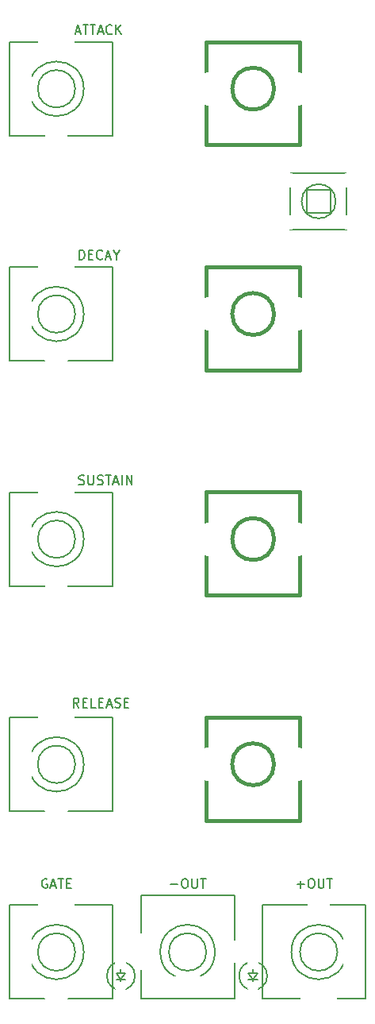
<source format=gto>
G04 #@! TF.FileFunction,Legend,Top*
%FSLAX46Y46*%
G04 Gerber Fmt 4.6, Leading zero omitted, Abs format (unit mm)*
G04 Created by KiCad (PCBNEW 4.0.2-stable) date 2018-09-14 2:15:48 PM*
%MOMM*%
G01*
G04 APERTURE LIST*
%ADD10C,0.200000*%
%ADD11C,0.150000*%
%ADD12C,0.381000*%
%ADD13R,1.250000X1.250000*%
%ADD14C,1.250000*%
%ADD15O,4.050000X2.550000*%
%ADD16O,2.550000X2.050000*%
%ADD17O,1.550000X3.550000*%
%ADD18O,2.550000X4.050000*%
%ADD19O,2.050000X2.550000*%
%ADD20O,3.550000X1.550000*%
%ADD21R,1.750000X1.750000*%
%ADD22O,1.750000X1.750000*%
%ADD23O,2.250000X1.450000*%
%ADD24O,2.300000X1.450000*%
%ADD25R,2.850000X1.650000*%
%ADD26O,2.850000X3.550000*%
%ADD27C,1.800000*%
G04 APERTURE END LIST*
D10*
D11*
X87071428Y-51166667D02*
X87547619Y-51166667D01*
X86976190Y-51452381D02*
X87309523Y-50452381D01*
X87642857Y-51452381D01*
X87833333Y-50452381D02*
X88404762Y-50452381D01*
X88119047Y-51452381D02*
X88119047Y-50452381D01*
X88595238Y-50452381D02*
X89166667Y-50452381D01*
X88880952Y-51452381D02*
X88880952Y-50452381D01*
X89452381Y-51166667D02*
X89928572Y-51166667D01*
X89357143Y-51452381D02*
X89690476Y-50452381D01*
X90023810Y-51452381D01*
X90928572Y-51357143D02*
X90880953Y-51404762D01*
X90738096Y-51452381D01*
X90642858Y-51452381D01*
X90500000Y-51404762D01*
X90404762Y-51309524D01*
X90357143Y-51214286D01*
X90309524Y-51023810D01*
X90309524Y-50880952D01*
X90357143Y-50690476D01*
X90404762Y-50595238D01*
X90500000Y-50500000D01*
X90642858Y-50452381D01*
X90738096Y-50452381D01*
X90880953Y-50500000D01*
X90928572Y-50547619D01*
X91357143Y-51452381D02*
X91357143Y-50452381D01*
X91928572Y-51452381D02*
X91500000Y-50880952D01*
X91928572Y-50452381D02*
X91357143Y-51023810D01*
X87428571Y-75452381D02*
X87428571Y-74452381D01*
X87666666Y-74452381D01*
X87809524Y-74500000D01*
X87904762Y-74595238D01*
X87952381Y-74690476D01*
X88000000Y-74880952D01*
X88000000Y-75023810D01*
X87952381Y-75214286D01*
X87904762Y-75309524D01*
X87809524Y-75404762D01*
X87666666Y-75452381D01*
X87428571Y-75452381D01*
X88428571Y-74928571D02*
X88761905Y-74928571D01*
X88904762Y-75452381D02*
X88428571Y-75452381D01*
X88428571Y-74452381D01*
X88904762Y-74452381D01*
X89904762Y-75357143D02*
X89857143Y-75404762D01*
X89714286Y-75452381D01*
X89619048Y-75452381D01*
X89476190Y-75404762D01*
X89380952Y-75309524D01*
X89333333Y-75214286D01*
X89285714Y-75023810D01*
X89285714Y-74880952D01*
X89333333Y-74690476D01*
X89380952Y-74595238D01*
X89476190Y-74500000D01*
X89619048Y-74452381D01*
X89714286Y-74452381D01*
X89857143Y-74500000D01*
X89904762Y-74547619D01*
X90285714Y-75166667D02*
X90761905Y-75166667D01*
X90190476Y-75452381D02*
X90523809Y-74452381D01*
X90857143Y-75452381D01*
X91380952Y-74976190D02*
X91380952Y-75452381D01*
X91047619Y-74452381D02*
X91380952Y-74976190D01*
X91714286Y-74452381D01*
X87392857Y-99404762D02*
X87535714Y-99452381D01*
X87773810Y-99452381D01*
X87869048Y-99404762D01*
X87916667Y-99357143D01*
X87964286Y-99261905D01*
X87964286Y-99166667D01*
X87916667Y-99071429D01*
X87869048Y-99023810D01*
X87773810Y-98976190D01*
X87583333Y-98928571D01*
X87488095Y-98880952D01*
X87440476Y-98833333D01*
X87392857Y-98738095D01*
X87392857Y-98642857D01*
X87440476Y-98547619D01*
X87488095Y-98500000D01*
X87583333Y-98452381D01*
X87821429Y-98452381D01*
X87964286Y-98500000D01*
X88392857Y-98452381D02*
X88392857Y-99261905D01*
X88440476Y-99357143D01*
X88488095Y-99404762D01*
X88583333Y-99452381D01*
X88773810Y-99452381D01*
X88869048Y-99404762D01*
X88916667Y-99357143D01*
X88964286Y-99261905D01*
X88964286Y-98452381D01*
X89392857Y-99404762D02*
X89535714Y-99452381D01*
X89773810Y-99452381D01*
X89869048Y-99404762D01*
X89916667Y-99357143D01*
X89964286Y-99261905D01*
X89964286Y-99166667D01*
X89916667Y-99071429D01*
X89869048Y-99023810D01*
X89773810Y-98976190D01*
X89583333Y-98928571D01*
X89488095Y-98880952D01*
X89440476Y-98833333D01*
X89392857Y-98738095D01*
X89392857Y-98642857D01*
X89440476Y-98547619D01*
X89488095Y-98500000D01*
X89583333Y-98452381D01*
X89821429Y-98452381D01*
X89964286Y-98500000D01*
X90250000Y-98452381D02*
X90821429Y-98452381D01*
X90535714Y-99452381D02*
X90535714Y-98452381D01*
X91107143Y-99166667D02*
X91583334Y-99166667D01*
X91011905Y-99452381D02*
X91345238Y-98452381D01*
X91678572Y-99452381D01*
X92011905Y-99452381D02*
X92011905Y-98452381D01*
X92488095Y-99452381D02*
X92488095Y-98452381D01*
X93059524Y-99452381D01*
X93059524Y-98452381D01*
X87392857Y-123202381D02*
X87059523Y-122726190D01*
X86821428Y-123202381D02*
X86821428Y-122202381D01*
X87202381Y-122202381D01*
X87297619Y-122250000D01*
X87345238Y-122297619D01*
X87392857Y-122392857D01*
X87392857Y-122535714D01*
X87345238Y-122630952D01*
X87297619Y-122678571D01*
X87202381Y-122726190D01*
X86821428Y-122726190D01*
X87821428Y-122678571D02*
X88154762Y-122678571D01*
X88297619Y-123202381D02*
X87821428Y-123202381D01*
X87821428Y-122202381D01*
X88297619Y-122202381D01*
X89202381Y-123202381D02*
X88726190Y-123202381D01*
X88726190Y-122202381D01*
X89535714Y-122678571D02*
X89869048Y-122678571D01*
X90011905Y-123202381D02*
X89535714Y-123202381D01*
X89535714Y-122202381D01*
X90011905Y-122202381D01*
X90392857Y-122916667D02*
X90869048Y-122916667D01*
X90297619Y-123202381D02*
X90630952Y-122202381D01*
X90964286Y-123202381D01*
X91250000Y-123154762D02*
X91392857Y-123202381D01*
X91630953Y-123202381D01*
X91726191Y-123154762D01*
X91773810Y-123107143D01*
X91821429Y-123011905D01*
X91821429Y-122916667D01*
X91773810Y-122821429D01*
X91726191Y-122773810D01*
X91630953Y-122726190D01*
X91440476Y-122678571D01*
X91345238Y-122630952D01*
X91297619Y-122583333D01*
X91250000Y-122488095D01*
X91250000Y-122392857D01*
X91297619Y-122297619D01*
X91345238Y-122250000D01*
X91440476Y-122202381D01*
X91678572Y-122202381D01*
X91821429Y-122250000D01*
X92250000Y-122678571D02*
X92583334Y-122678571D01*
X92726191Y-123202381D02*
X92250000Y-123202381D01*
X92250000Y-122202381D01*
X92726191Y-122202381D01*
X110690476Y-142071429D02*
X111452381Y-142071429D01*
X111071429Y-142452381D02*
X111071429Y-141690476D01*
X112119047Y-141452381D02*
X112309524Y-141452381D01*
X112404762Y-141500000D01*
X112500000Y-141595238D01*
X112547619Y-141785714D01*
X112547619Y-142119048D01*
X112500000Y-142309524D01*
X112404762Y-142404762D01*
X112309524Y-142452381D01*
X112119047Y-142452381D01*
X112023809Y-142404762D01*
X111928571Y-142309524D01*
X111880952Y-142119048D01*
X111880952Y-141785714D01*
X111928571Y-141595238D01*
X112023809Y-141500000D01*
X112119047Y-141452381D01*
X112976190Y-141452381D02*
X112976190Y-142261905D01*
X113023809Y-142357143D01*
X113071428Y-142404762D01*
X113166666Y-142452381D01*
X113357143Y-142452381D01*
X113452381Y-142404762D01*
X113500000Y-142357143D01*
X113547619Y-142261905D01*
X113547619Y-141452381D01*
X113880952Y-141452381D02*
X114452381Y-141452381D01*
X114166666Y-142452381D02*
X114166666Y-141452381D01*
X97190476Y-142071429D02*
X97952381Y-142071429D01*
X98619047Y-141452381D02*
X98809524Y-141452381D01*
X98904762Y-141500000D01*
X99000000Y-141595238D01*
X99047619Y-141785714D01*
X99047619Y-142119048D01*
X99000000Y-142309524D01*
X98904762Y-142404762D01*
X98809524Y-142452381D01*
X98619047Y-142452381D01*
X98523809Y-142404762D01*
X98428571Y-142309524D01*
X98380952Y-142119048D01*
X98380952Y-141785714D01*
X98428571Y-141595238D01*
X98523809Y-141500000D01*
X98619047Y-141452381D01*
X99476190Y-141452381D02*
X99476190Y-142261905D01*
X99523809Y-142357143D01*
X99571428Y-142404762D01*
X99666666Y-142452381D01*
X99857143Y-142452381D01*
X99952381Y-142404762D01*
X100000000Y-142357143D01*
X100047619Y-142261905D01*
X100047619Y-141452381D01*
X100380952Y-141452381D02*
X100952381Y-141452381D01*
X100666666Y-142452381D02*
X100666666Y-141452381D01*
X84000000Y-141500000D02*
X83904762Y-141452381D01*
X83761905Y-141452381D01*
X83619047Y-141500000D01*
X83523809Y-141595238D01*
X83476190Y-141690476D01*
X83428571Y-141880952D01*
X83428571Y-142023810D01*
X83476190Y-142214286D01*
X83523809Y-142309524D01*
X83619047Y-142404762D01*
X83761905Y-142452381D01*
X83857143Y-142452381D01*
X84000000Y-142404762D01*
X84047619Y-142357143D01*
X84047619Y-142023810D01*
X83857143Y-142023810D01*
X84428571Y-142166667D02*
X84904762Y-142166667D01*
X84333333Y-142452381D02*
X84666666Y-141452381D01*
X85000000Y-142452381D01*
X85190476Y-141452381D02*
X85761905Y-141452381D01*
X85476190Y-142452381D02*
X85476190Y-141452381D01*
X86095238Y-141928571D02*
X86428572Y-141928571D01*
X86571429Y-142452381D02*
X86095238Y-142452381D01*
X86095238Y-141452381D01*
X86571429Y-141452381D01*
X91880000Y-153100000D02*
X91880000Y-153300000D01*
X91880000Y-150600000D02*
X91880000Y-150300000D01*
X91880000Y-152200000D02*
X91880000Y-153100000D01*
X91880000Y-150600000D02*
X91880000Y-151500000D01*
X92380000Y-152200000D02*
X91380000Y-152200000D01*
X92380000Y-151500000D02*
X91380000Y-151500000D01*
X91380000Y-151500000D02*
X91880000Y-152200000D01*
X91880000Y-152200000D02*
X92380000Y-151500000D01*
X93380000Y-151800000D02*
G75*
G03X93380000Y-151800000I-1500000J0D01*
G01*
X106000000Y-153100000D02*
X106000000Y-153300000D01*
X106000000Y-150600000D02*
X106000000Y-150300000D01*
X106000000Y-152200000D02*
X106000000Y-153100000D01*
X106000000Y-150600000D02*
X106000000Y-151500000D01*
X106500000Y-152200000D02*
X105500000Y-152200000D01*
X106500000Y-151500000D02*
X105500000Y-151500000D01*
X105500000Y-151500000D02*
X106000000Y-152200000D01*
X106000000Y-152200000D02*
X106500000Y-151500000D01*
X107500000Y-151800000D02*
G75*
G03X107500000Y-151800000I-1500000J0D01*
G01*
X87915476Y-57260000D02*
G75*
G03X87915476Y-57260000I-2915476J0D01*
G01*
X80000000Y-62260000D02*
X80000000Y-52260000D01*
X80000000Y-52260000D02*
X91000000Y-52260000D01*
X91000000Y-52260000D02*
X91000000Y-62260000D01*
X91000000Y-62260000D02*
X80000000Y-62260000D01*
X87000000Y-57260000D02*
G75*
G03X87000000Y-57260000I-2000000J0D01*
G01*
X87915476Y-81260000D02*
G75*
G03X87915476Y-81260000I-2915476J0D01*
G01*
X80000000Y-86260000D02*
X80000000Y-76260000D01*
X80000000Y-76260000D02*
X91000000Y-76260000D01*
X91000000Y-76260000D02*
X91000000Y-86260000D01*
X91000000Y-86260000D02*
X80000000Y-86260000D01*
X87000000Y-81260000D02*
G75*
G03X87000000Y-81260000I-2000000J0D01*
G01*
X87915476Y-105260000D02*
G75*
G03X87915476Y-105260000I-2915476J0D01*
G01*
X80000000Y-110260000D02*
X80000000Y-100260000D01*
X80000000Y-100260000D02*
X91000000Y-100260000D01*
X91000000Y-100260000D02*
X91000000Y-110260000D01*
X91000000Y-110260000D02*
X80000000Y-110260000D01*
X87000000Y-105260000D02*
G75*
G03X87000000Y-105260000I-2000000J0D01*
G01*
X87915476Y-129260000D02*
G75*
G03X87915476Y-129260000I-2915476J0D01*
G01*
X80000000Y-134260000D02*
X80000000Y-124260000D01*
X80000000Y-124260000D02*
X91000000Y-124260000D01*
X91000000Y-124260000D02*
X91000000Y-134260000D01*
X91000000Y-134260000D02*
X80000000Y-134260000D01*
X87000000Y-129260000D02*
G75*
G03X87000000Y-129260000I-2000000J0D01*
G01*
X87915476Y-149260000D02*
G75*
G03X87915476Y-149260000I-2915476J0D01*
G01*
X80000000Y-154260000D02*
X80000000Y-144260000D01*
X80000000Y-144260000D02*
X91000000Y-144260000D01*
X91000000Y-144260000D02*
X91000000Y-154260000D01*
X91000000Y-154260000D02*
X80000000Y-154260000D01*
X87000000Y-149260000D02*
G75*
G03X87000000Y-149260000I-2000000J0D01*
G01*
X101915476Y-149260000D02*
G75*
G03X101915476Y-149260000I-2915476J0D01*
G01*
X104000000Y-154260000D02*
X94000000Y-154260000D01*
X94000000Y-154260000D02*
X94000000Y-143260000D01*
X94000000Y-143260000D02*
X104000000Y-143260000D01*
X104000000Y-143260000D02*
X104000000Y-154260000D01*
X101000000Y-149260000D02*
G75*
G03X101000000Y-149260000I-2000000J0D01*
G01*
X115915476Y-149260000D02*
G75*
G03X115915476Y-149260000I-2915476J0D01*
G01*
X118000000Y-144260000D02*
X118000000Y-154260000D01*
X118000000Y-154260000D02*
X107000000Y-154260000D01*
X107000000Y-154260000D02*
X107000000Y-144260000D01*
X107000000Y-144260000D02*
X118000000Y-144260000D01*
X115000000Y-149260000D02*
G75*
G03X115000000Y-149260000I-2000000J0D01*
G01*
X111750000Y-68000000D02*
X114250000Y-68000000D01*
X114250000Y-68000000D02*
X114250000Y-70500000D01*
X114250000Y-70500000D02*
X111750000Y-70500000D01*
X111750000Y-70500000D02*
X111750000Y-68000000D01*
X114820027Y-69250000D02*
G75*
G03X114820027Y-69250000I-1820027J0D01*
G01*
X110000000Y-66250000D02*
X116000000Y-66250000D01*
X116000000Y-66250000D02*
X116000000Y-72250000D01*
X116000000Y-72250000D02*
X110000000Y-72250000D01*
X110000000Y-72250000D02*
X110000000Y-66250000D01*
D12*
X108236068Y-57250000D02*
G75*
G03X108236068Y-57250000I-2236068J0D01*
G01*
X101000000Y-57250000D02*
X101000000Y-52250000D01*
X101000000Y-52250000D02*
X111000000Y-52250000D01*
X111000000Y-52250000D02*
X111000000Y-63250000D01*
X111000000Y-63250000D02*
X101000000Y-63250000D01*
X101000000Y-63250000D02*
X101000000Y-57250000D01*
X108236068Y-81260000D02*
G75*
G03X108236068Y-81260000I-2236068J0D01*
G01*
X101000000Y-81260000D02*
X101000000Y-76260000D01*
X101000000Y-76260000D02*
X111000000Y-76260000D01*
X111000000Y-76260000D02*
X111000000Y-87260000D01*
X111000000Y-87260000D02*
X101000000Y-87260000D01*
X101000000Y-87260000D02*
X101000000Y-81260000D01*
X108236068Y-105250000D02*
G75*
G03X108236068Y-105250000I-2236068J0D01*
G01*
X101000000Y-105250000D02*
X101000000Y-100250000D01*
X101000000Y-100250000D02*
X111000000Y-100250000D01*
X111000000Y-100250000D02*
X111000000Y-111250000D01*
X111000000Y-111250000D02*
X101000000Y-111250000D01*
X101000000Y-111250000D02*
X101000000Y-105250000D01*
X108226068Y-129250000D02*
G75*
G03X108226068Y-129250000I-2236068J0D01*
G01*
X100990000Y-129250000D02*
X100990000Y-124250000D01*
X100990000Y-124250000D02*
X110990000Y-124250000D01*
X110990000Y-124250000D02*
X110990000Y-135250000D01*
X110990000Y-135250000D02*
X100990000Y-135250000D01*
X100990000Y-135250000D02*
X100990000Y-129250000D01*
%LPC*%
D13*
X91880000Y-150530000D03*
D14*
X91880000Y-153070000D03*
D13*
X106000000Y-150530000D03*
D14*
X106000000Y-153070000D03*
D15*
X85000000Y-52560000D03*
D16*
X85000000Y-61960000D03*
D17*
X89900000Y-57260000D03*
X81700000Y-57260000D03*
D15*
X85000000Y-76560000D03*
D16*
X85000000Y-85960000D03*
D17*
X89900000Y-81260000D03*
X81700000Y-81260000D03*
D15*
X85000000Y-100560000D03*
D16*
X85000000Y-109960000D03*
D17*
X89900000Y-105260000D03*
X81700000Y-105260000D03*
D15*
X85000000Y-124560000D03*
D16*
X85000000Y-133960000D03*
D17*
X89900000Y-129260000D03*
X81700000Y-129260000D03*
D15*
X85000000Y-144560000D03*
D16*
X85000000Y-153960000D03*
D17*
X89900000Y-149260000D03*
X81700000Y-149260000D03*
D18*
X94300000Y-149260000D03*
D19*
X103700000Y-149260000D03*
D20*
X99000000Y-144360000D03*
X99000000Y-152560000D03*
D15*
X113000000Y-153960000D03*
D16*
X113000000Y-144560000D03*
D17*
X108100000Y-149260000D03*
X116300000Y-149260000D03*
D21*
X95250000Y-75000000D03*
D22*
X97790000Y-75000000D03*
X95250000Y-72460000D03*
X97790000Y-72460000D03*
X95250000Y-69920000D03*
X97790000Y-69920000D03*
X95250000Y-67380000D03*
X97790000Y-67380000D03*
X95250000Y-64840000D03*
X97790000Y-64840000D03*
D23*
X109750000Y-67000000D03*
X109750000Y-71500000D03*
D24*
X116250000Y-67000000D03*
X116250000Y-71500000D03*
D25*
X94500000Y-91000000D03*
D26*
X110800000Y-57250000D03*
X101200000Y-57250000D03*
D27*
X108500000Y-64750000D03*
X106000000Y-64750000D03*
X103500000Y-64750000D03*
D26*
X110800000Y-81260000D03*
X101200000Y-81260000D03*
D27*
X108500000Y-88760000D03*
X106000000Y-88760000D03*
X103500000Y-88760000D03*
D26*
X110800000Y-105250000D03*
X101200000Y-105250000D03*
D27*
X108500000Y-112750000D03*
X106000000Y-112750000D03*
X103500000Y-112750000D03*
D26*
X110790000Y-129250000D03*
X101190000Y-129250000D03*
D27*
X108490000Y-136750000D03*
X105990000Y-136750000D03*
X103490000Y-136750000D03*
M02*

</source>
